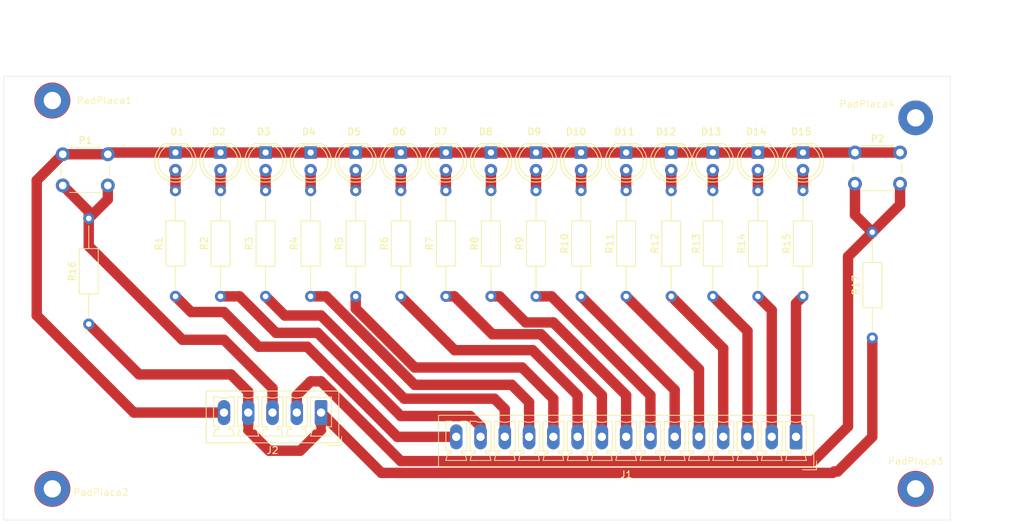
<source format=kicad_pcb>
(kicad_pcb (version 20241229) (generator "pcbnew") (generator_version "9.0")
  (title_block (title "Juego de ping pong") (date "2025-11-24") (rev "1") (company "Oscar Electronica Facil") (comment 1 "Placa J001-V1.0"))
  (layers (0 "F.Cu" signal) (2 "B.Cu" signal) (13 "F.Paste" user) (15 "B.Paste" user) (5 "F.SilkS" user "F.Silkscreen") (7 "B.SilkS" user "B.Silkscreen") (1 "F.Mask" user) (3 "B.Mask" user) (25 "Edge.Cuts" user))
  (net 0 "")
  (net 1 "Net-(D1-A)")
  (net 2 "GND")
  (net 3 "Net-(D2-A)")
  (net 4 "Net-(D3-A)")
  (net 5 "Net-(D4-A)")
  (net 6 "Net-(D5-A)")
  (net 7 "Net-(D6-A)")
  (net 8 "Net-(D7-A)")
  (net 9 "Net-(D8-A)")
  (net 10 "Net-(D9-A)")
  (net 11 "Net-(D10-A)")
  (net 12 "Net-(D11-A)")
  (net 13 "Net-(D12-A)")
  (net 14 "Net-(D13-A)")
  (net 15 "Net-(D14-A)")
  (net 16 "Net-(D15-A)")
  (net 17 "Net-(J1-Pin_11)")
  (net 18 "Net-(J1-Pin_8)")
  (net 19 "Net-(J1-Pin_14)")
  (net 20 "Net-(J1-Pin_4)")
  (net 21 "Net-(J1-Pin_1)")
  (net 22 "Net-(J1-Pin_5)")
  (net 23 "Net-(J1-Pin_2)")
  (net 24 "Net-(J1-Pin_13)")
  (net 25 "Net-(J1-Pin_3)")
  (net 26 "Net-(J1-Pin_12)")
  (net 27 "Net-(J1-Pin_7)")
  (net 28 "Net-(J1-Pin_6)")
  (net 29 "Net-(J1-Pin_15)")
  (net 30 "Net-(J1-Pin_9)")
  (net 31 "Net-(J1-Pin_10)")
  (net 32 "Net-(J2-Pin_1)")
  (net 33 "/A4")
  (net 34 "/A5")
  (footprint "LED_THT:LED_D5.0mm" (layer "F.Cu") (at 170.75 72 -90)
    (property "Reference" "D12" (at -3 0.75 180) (layer "F.SilkS"))
    (property "Value" "LED")
    (pad "1" thru_hole rect (at 0 0 270) (size 1.8 1.8) (drill 0.9) (layers "*.Cu" "*.Mask") (net 2 "GND"))
    (pad "2" thru_hole circle (at 2.54 0 270) (size 1.8 1.8) (drill 0.9) (layers "*.Cu" "*.Mask") (net 13 "Net-(D12-A)"))
  )
  (footprint "Resistor_THT:R_Axial_DIN0207_L6.3mm_D2.5mm_P15.24mm_Horizontal" (layer "F.Cu") (at 138.25 92.74 90)
    (property "Reference" "R7" (at 7.62 -2.37 90) (layer "F.SilkS"))
    (property "Value" "220")
    (pad "1" thru_hole circle (at 0 0 90) (size 1.6 1.6) (drill 0.8) (layers "*.Cu" "*.Mask") (net 30 "Net-(J1-Pin_9)"))
    (pad "2" thru_hole circle (at 15.24 0 90) (size 1.6 1.6) (drill 0.8) (layers "*.Cu" "*.Mask") (net 8 "Net-(D7-A)"))
  )
  (footprint "LED_THT:LED_D5.0mm" (layer "F.Cu") (at 105.75 72 -90)
    (property "Reference" "D2" (at -3 0.25 180) (layer "F.SilkS"))
    (property "Value" "LED")
    (pad "1" thru_hole rect (at 0 0 270) (size 1.8 1.8) (drill 0.9) (layers "*.Cu" "*.Mask") (net 2 "GND"))
    (pad "2" thru_hole circle (at 2.54 0 270) (size 1.8 1.8) (drill 0.9) (layers "*.Cu" "*.Mask") (net 3 "Net-(D2-A)"))
  )
  (footprint "Resistor_THT:R_Axial_DIN0207_L6.3mm_D2.5mm_P15.24mm_Horizontal" (layer "F.Cu") (at 86.75 96.74 90)
    (property "Reference" "R16" (at 7.62 -2.37 90) (layer "F.SilkS"))
    (property "Value" "10K")
    (pad "1" thru_hole circle (at 0 0 90) (size 1.6 1.6) (drill 0.8) (layers "*.Cu" "*.Mask") (net 32 "Net-(J2-Pin_1)"))
    (pad "2" thru_hole circle (at 15.24 0 90) (size 1.6 1.6) (drill 0.8) (layers "*.Cu" "*.Mask") (net 33 "/A4"))
  )
  (footprint "Resistor_THT:R_Axial_DIN0207_L6.3mm_D2.5mm_P15.24mm_Horizontal" (layer "F.Cu") (at 131.75 92.74 90)
    (property "Reference" "R6" (at 7.62 -2.37 90) (layer "F.SilkS"))
    (property "Value" "220")
    (pad "1" thru_hole circle (at 0 0 90) (size 1.6 1.6) (drill 0.8) (layers "*.Cu" "*.Mask") (net 31 "Net-(J1-Pin_10)"))
    (pad "2" thru_hole circle (at 15.24 0 90) (size 1.6 1.6) (drill 0.8) (layers "*.Cu" "*.Mask") (net 7 "Net-(D6-A)"))
  )
  (footprint "Resistor_THT:R_Axial_DIN0207_L6.3mm_D2.5mm_P15.24mm_Horizontal" (layer "F.Cu") (at 183.25 92.74 90)
    (property "Reference" "R14" (at 7.62 -2.37 90) (layer "F.SilkS"))
    (property "Value" "220")
    (pad "1" thru_hole circle (at 0 0 90) (size 1.6 1.6) (drill 0.8) (layers "*.Cu" "*.Mask") (net 23 "Net-(J1-Pin_2)"))
    (pad "2" thru_hole circle (at 15.24 0 90) (size 1.6 1.6) (drill 0.8) (layers "*.Cu" "*.Mask") (net 15 "Net-(D14-A)"))
  )
  (footprint "Resistor_THT:R_Axial_DIN0207_L6.3mm_D2.5mm_P15.24mm_Horizontal" (layer "F.Cu") (at 118.75 92.74 90)
    (property "Reference" "R4" (at 7.62 -2.37 90) (layer "F.SilkS"))
    (property "Value" "220")
    (pad "1" thru_hole circle (at 0 0 90) (size 1.6 1.6) (drill 0.8) (layers "*.Cu" "*.Mask") (net 26 "Net-(J1-Pin_12)"))
    (pad "2" thru_hole circle (at 15.24 0 90) (size 1.6 1.6) (drill 0.8) (layers "*.Cu" "*.Mask") (net 5 "Net-(D4-A)"))
  )
  (footprint "Resistor_THT:R_Axial_DIN0207_L6.3mm_D2.5mm_P15.24mm_Horizontal" (layer "F.Cu") (at 176.75 92.74 90)
    (property "Reference" "R13" (at 7.62 -2.37 90) (layer "F.SilkS"))
    (property "Value" "220")
    (pad "1" thru_hole circle (at 0 0 90) (size 1.6 1.6) (drill 0.8) (layers "*.Cu" "*.Mask") (net 25 "Net-(J1-Pin_3)"))
    (pad "2" thru_hole circle (at 15.24 0 90) (size 1.6 1.6) (drill 0.8) (layers "*.Cu" "*.Mask") (net 14 "Net-(D13-A)"))
  )
  (footprint "Resistor_THT:R_Axial_DIN0207_L6.3mm_D2.5mm_P15.24mm_Horizontal" (layer "F.Cu") (at 151.25 92.74 90)
    (property "Reference" "R9" (at 7.62 -2.37 90) (layer "F.SilkS"))
    (property "Value" "220")
    (pad "1" thru_hole circle (at 0 0 90) (size 1.6 1.6) (drill 0.8) (layers "*.Cu" "*.Mask") (net 27 "Net-(J1-Pin_7)"))
    (pad "2" thru_hole circle (at 15.24 0 90) (size 1.6 1.6) (drill 0.8) (layers "*.Cu" "*.Mask") (net 10 "Net-(D9-A)"))
  )
  (footprint "LED_THT:LED_D5.0mm" (layer "F.Cu") (at 157.75 72 -90)
    (property "Reference" "D10" (at -3 0.75 180) (layer "F.SilkS"))
    (property "Value" "LED")
    (pad "1" thru_hole rect (at 0 0 270) (size 1.8 1.8) (drill 0.9) (layers "*.Cu" "*.Mask") (net 2 "GND"))
    (pad "2" thru_hole circle (at 2.54 0 270) (size 1.8 1.8) (drill 0.9) (layers "*.Cu" "*.Mask") (net 11 "Net-(D10-A)"))
  )
  (footprint "LED_THT:LED_D5.0mm" (layer "F.Cu") (at 189.75 72 -90)
    (property "Reference" "D15" (at -3 0.25 180) (layer "F.SilkS"))
    (property "Value" "LED")
    (pad "1" thru_hole rect (at 0 0 270) (size 1.8 1.8) (drill 0.9) (layers "*.Cu" "*.Mask") (net 2 "GND"))
    (pad "2" thru_hole circle (at 2.54 0 270) (size 1.8 1.8) (drill 0.9) (layers "*.Cu" "*.Mask") (net 16 "Net-(D15-A)"))
  )
  (footprint "Button_Switch_THT:SW_PUSH_6mm" (layer "F.Cu") (at 83 72.25)
    (property "Reference" "P1" (at 3.25 -2 0) (layer "F.SilkS"))
    (property "Value" "SW_MEC_5G")
    (pad "1" thru_hole circle (at 0 0 90) (size 2 2) (drill 1.1) (layers "*.Cu" "*.Mask") (net 2 "GND"))
    (pad "1" thru_hole circle (at 6.5 0 90) (size 2 2) (drill 1.1) (layers "*.Cu" "*.Mask") (net 2 "GND"))
    (pad "2" thru_hole circle (at 0 4.5 90) (size 2 2) (drill 1.1) (layers "*.Cu" "*.Mask") (net 33 "/A4"))
    (pad "2" thru_hole circle (at 6.5 4.5 90) (size 2 2) (drill 1.1) (layers "*.Cu" "*.Mask") (net 33 "/A4"))
  )
  (footprint "Resistor_THT:R_Axial_DIN0207_L6.3mm_D2.5mm_P15.24mm_Horizontal" (layer "F.Cu") (at 144.75 92.74 90)
    (property "Reference" "R8" (at 7.62 -2.37 90) (layer "F.SilkS"))
    (property "Value" "220")
    (pad "1" thru_hole circle (at 0 0 90) (size 1.6 1.6) (drill 0.8) (layers "*.Cu" "*.Mask") (net 18 "Net-(J1-Pin_8)"))
    (pad "2" thru_hole circle (at 15.24 0 90) (size 1.6 1.6) (drill 0.8) (layers "*.Cu" "*.Mask") (net 9 "Net-(D8-A)"))
  )
  (footprint "LED_THT:LED_D5.0mm" (layer "F.Cu") (at 144.75 72 -90)
    (property "Reference" "D8" (at -3 0.75 180) (layer "F.SilkS"))
    (property "Value" "LED")
    (pad "1" thru_hole rect (at 0 0 270) (size 1.8 1.8) (drill 0.9) (layers "*.Cu" "*.Mask") (net 2 "GND"))
    (pad "2" thru_hole circle (at 2.54 0 270) (size 1.8 1.8) (drill 0.9) (layers "*.Cu" "*.Mask") (net 9 "Net-(D8-A)"))
  )
  (footprint "missimbolos:pad" (layer "F.Cu") (at 81.5 58.5)
    (property "Reference" "PadPlaca1" (at 7.5 6 0) (layer "F.SilkS") (effects (font (thickness 0.1))))
    (property "Value" "~")
    (pad "1" thru_hole circle (at 0 6) (size 5 5) (drill 2.5) (layers "*.Cu" "*.Mask"))
  )
  (footprint "LED_THT:LED_D5.0mm" (layer "F.Cu") (at 151.25 72 -90)
    (property "Reference" "D9" (at -3 0.25 180) (layer "F.SilkS"))
    (property "Value" "LED")
    (pad "1" thru_hole rect (at 0 0 270) (size 1.8 1.8) (drill 0.9) (layers "*.Cu" "*.Mask") (net 2 "GND"))
    (pad "2" thru_hole circle (at 2.54 0 270) (size 1.8 1.8) (drill 0.9) (layers "*.Cu" "*.Mask") (net 10 "Net-(D9-A)"))
  )
  (footprint "Resistor_THT:R_Axial_DIN0207_L6.3mm_D2.5mm_P15.24mm_Horizontal" (layer "F.Cu") (at 105.75 92.74 90)
    (property "Reference" "R2" (at 7.62 -2.37 90) (layer "F.SilkS"))
    (property "Value" "220")
    (pad "1" thru_hole circle (at 0 0 90) (size 1.6 1.6) (drill 0.8) (layers "*.Cu" "*.Mask") (net 19 "Net-(J1-Pin_14)"))
    (pad "2" thru_hole circle (at 15.24 0 90) (size 1.6 1.6) (drill 0.8) (layers "*.Cu" "*.Mask") (net 3 "Net-(D2-A)"))
  )
  (footprint "missimbolos:pad" (layer "F.Cu") (at 206 114.5)
    (property "Reference" "PadPlaca3" (at 0 2 0) (layer "F.SilkS") (effects (font (thickness 0.1))))
    (property "Value" "~")
    (pad "1" thru_hole circle (at 0 6) (size 5 5) (drill 2.5) (layers "*.Cu" "*.Mask"))
  )
  (footprint "LED_THT:LED_D5.0mm" (layer "F.Cu") (at 125.25 72 -90)
    (property "Reference" "D5" (at -3 0.25 180) (layer "F.SilkS"))
    (property "Value" "LED")
    (pad "1" thru_hole rect (at 0 0 270) (size 1.8 1.8) (drill 0.9) (layers "*.Cu" "*.Mask") (net 2 "GND"))
    (pad "2" thru_hole circle (at 2.54 0 270) (size 1.8 1.8) (drill 0.9) (layers "*.Cu" "*.Mask") (net 6 "Net-(D5-A)"))
  )
  (footprint "Connector_Phoenix_MC:PhoenixContact_MCV_1,5_15-G-3.5_1x15_P3.50mm_Vertical" (layer "F.Cu") (at 188.75 113 180)
    (property "Reference" "J1" (at 24.5 -5.45 0) (layer "F.SilkS"))
    (property "Value" "Conn_01x15_Pin")
    (pad "1" thru_hole roundrect (at 0 0 180) (size 1.8 3.6) (drill 1.2) (layers "*.Cu" "*.Mask") (roundrect_rratio 0.138889) (net 21 "Net-(J1-Pin_1)"))
    (pad "2" thru_hole oval (at 3.5 0 180) (size 1.8 3.6) (drill 1.2) (layers "*.Cu" "*.Mask") (net 23 "Net-(J1-Pin_2)"))
    (pad "3" thru_hole oval (at 7 0 180) (size 1.8 3.6) (drill 1.2) (layers "*.Cu" "*.Mask") (net 25 "Net-(J1-Pin_3)"))
    (pad "4" thru_hole oval (at 10.5 0 180) (size 1.8 3.6) (drill 1.2) (layers "*.Cu" "*.Mask") (net 20 "Net-(J1-Pin_4)"))
    (pad "5" thru_hole oval (at 14 0 180) (size 1.8 3.6) (drill 1.2) (layers "*.Cu" "*.Mask") (net 22 "Net-(J1-Pin_5)"))
    (pad "6" thru_hole oval (at 17.5 0 180) (size 1.8 3.6) (drill 1.2) (layers "*.Cu" "*.Mask") (net 28 "Net-(J1-Pin_6)"))
    (pad "7" thru_hole oval (at 21 0 180) (size 1.8 3.6) (drill 1.2) (layers "*.Cu" "*.Mask") (net 27 "Net-(J1-Pin_7)"))
    (pad "8" thru_hole oval (at 24.5 0 180) (size 1.8 3.6) (drill 1.2) (layers "*.Cu" "*.Mask") (net 18 "Net-(J1-Pin_8)"))
    (pad "9" thru_hole oval (at 28 0 180) (size 1.8 3.6) (drill 1.2) (layers "*.Cu" "*.Mask") (net 30 "Net-(J1-Pin_9)"))
    (pad "10" thru_hole oval (at 31.5 0 180) (size 1.8 3.6) (drill 1.2) (layers "*.Cu" "*.Mask") (net 31 "Net-(J1-Pin_10)"))
    (pad "11" thru_hole oval (at 35 0 180) (size 1.8 3.6) (drill 1.2) (layers "*.Cu" "*.Mask") (net 17 "Net-(J1-Pin_11)"))
    (pad "12" thru_hole oval (at 38.5 0 180) (size 1.8 3.6) (drill 1.2) (layers "*.Cu" "*.Mask") (net 26 "Net-(J1-Pin_12)"))
    (pad "13" thru_hole oval (at 42 0 180) (size 1.8 3.6) (drill 1.2) (layers "*.Cu" "*.Mask") (net 24 "Net-(J1-Pin_13)"))
    (pad "14" thru_hole oval (at 45.5 0 180) (size 1.8 3.6) (drill 1.2) (layers "*.Cu" "*.Mask") (net 19 "Net-(J1-Pin_14)"))
    (pad "15" thru_hole oval (at 49 0 180) (size 1.8 3.6) (drill 1.2) (layers "*.Cu" "*.Mask") (net 29 "Net-(J1-Pin_15)"))
  )
  (footprint "Resistor_THT:R_Axial_DIN0207_L6.3mm_D2.5mm_P15.24mm_Horizontal" (layer "F.Cu") (at 99.25 92.74 90)
    (property "Reference" "R1" (at 7.62 -2.37 90) (layer "F.SilkS"))
    (property "Value" "220")
    (pad "1" thru_hole circle (at 0 0 90) (size 1.6 1.6) (drill 0.8) (layers "*.Cu" "*.Mask") (net 29 "Net-(J1-Pin_15)"))
    (pad "2" thru_hole circle (at 15.24 0 90) (size 1.6 1.6) (drill 0.8) (layers "*.Cu" "*.Mask") (net 1 "Net-(D1-A)"))
  )
  (footprint "Resistor_THT:R_Axial_DIN0207_L6.3mm_D2.5mm_P15.24mm_Horizontal" (layer "F.Cu") (at 189.75 92.74 90)
    (property "Reference" "R15" (at 7.62 -2.37 90) (layer "F.SilkS"))
    (property "Value" "220")
    (pad "1" thru_hole circle (at 0 0 90) (size 1.6 1.6) (drill 0.8) (layers "*.Cu" "*.Mask") (net 21 "Net-(J1-Pin_1)"))
    (pad "2" thru_hole circle (at 15.24 0 90) (size 1.6 1.6) (drill 0.8) (layers "*.Cu" "*.Mask") (net 16 "Net-(D15-A)"))
  )
  (footprint "Resistor_THT:R_Axial_DIN0207_L6.3mm_D2.5mm_P15.24mm_Horizontal" (layer "F.Cu") (at 164.25 92.74 90)
    (property "Reference" "R11" (at 7.62 -2.37 90) (layer "F.SilkS"))
    (property "Value" "220")
    (pad "1" thru_hole circle (at 0 0 90) (size 1.6 1.6) (drill 0.8) (layers "*.Cu" "*.Mask") (net 22 "Net-(J1-Pin_5)"))
    (pad "2" thru_hole circle (at 15.24 0 90) (size 1.6 1.6) (drill 0.8) (layers "*.Cu" "*.Mask") (net 12 "Net-(D11-A)"))
  )
  (footprint "Button_Switch_THT:SW_PUSH_6mm" (layer "F.Cu") (at 197.25 72)
    (property "Reference" "P2" (at 3.25 -2 0) (layer "F.SilkS"))
    (property "Value" "SW_MEC_5G")
    (pad "1" thru_hole circle (at 0 0 90) (size 2 2) (drill 1.1) (layers "*.Cu" "*.Mask") (net 2 "GND"))
    (pad "1" thru_hole circle (at 6.5 0 90) (size 2 2) (drill 1.1) (layers "*.Cu" "*.Mask") (net 2 "GND"))
    (pad "2" thru_hole circle (at 0 4.5 90) (size 2 2) (drill 1.1) (layers "*.Cu" "*.Mask") (net 34 "/A5"))
    (pad "2" thru_hole circle (at 6.5 4.5 90) (size 2 2) (drill 1.1) (layers "*.Cu" "*.Mask") (net 34 "/A5"))
  )
  (footprint "Resistor_THT:R_Axial_DIN0207_L6.3mm_D2.5mm_P15.24mm_Horizontal" (layer "F.Cu") (at 199.75 98.74 90)
    (property "Reference" "R17" (at 7.62 -2.37 90) (layer "F.SilkS"))
    (property "Value" "10K")
    (pad "1" thru_hole circle (at 0 0 90) (size 1.6 1.6) (drill 0.8) (layers "*.Cu" "*.Mask") (net 32 "Net-(J2-Pin_1)"))
    (pad "2" thru_hole circle (at 15.24 0 90) (size 1.6 1.6) (drill 0.8) (layers "*.Cu" "*.Mask") (net 34 "/A5"))
  )
  (footprint "Connector_Phoenix_MC:PhoenixContact_MCV_1,5_5-G-3.5_1x05_P3.50mm_Vertical" (layer "F.Cu") (at 120.25 109.5 180)
    (property "Reference" "J2" (at 7 -5.45 0) (layer "F.SilkS"))
    (property "Value" "Conn_01x05_Pin")
    (pad "1" thru_hole roundrect (at 0 0 180) (size 1.8 3.6) (drill 1.2) (layers "*.Cu" "*.Mask") (roundrect_rratio 0.138889) (net 32 "Net-(J2-Pin_1)"))
    (pad "2" thru_hole oval (at 3.5 0 180) (size 1.8 3.6) (drill 1.2) (layers "*.Cu" "*.Mask") (net 34 "/A5"))
    (pad "3" thru_hole oval (at 7 0 180) (size 1.8 3.6) (drill 1.2) (layers "*.Cu" "*.Mask") (net 33 "/A4"))
    (pad "4" thru_hole oval (at 10.5 0 180) (size 1.8 3.6) (drill 1.2) (layers "*.Cu" "*.Mask") (net 32 "Net-(J2-Pin_1)"))
    (pad "5" thru_hole oval (at 14 0 180) (size 1.8 3.6) (drill 1.2) (layers "*.Cu" "*.Mask") (net 2 "GND"))
  )
  (footprint "LED_THT:LED_D5.0mm" (layer "F.Cu") (at 164.25 72 -90)
    (property "Reference" "D11" (at -3 0.25 180) (layer "F.SilkS"))
    (property "Value" "LED")
    (pad "1" thru_hole rect (at 0 0 270) (size 1.8 1.8) (drill 0.9) (layers "*.Cu" "*.Mask") (net 2 "GND"))
    (pad "2" thru_hole circle (at 2.54 0 270) (size 1.8 1.8) (drill 0.9) (layers "*.Cu" "*.Mask") (net 12 "Net-(D11-A)"))
  )
  (footprint "LED_THT:LED_D5.0mm" (layer "F.Cu") (at 176.75 72 -90)
    (property "Reference" "D13" (at -3 0.25 180) (layer "F.SilkS"))
    (property "Value" "LED")
    (pad "1" thru_hole rect (at 0 0 270) (size 1.8 1.8) (drill 0.9) (layers "*.Cu" "*.Mask") (net 2 "GND"))
    (pad "2" thru_hole circle (at 2.54 0 270) (size 1.8 1.8) (drill 0.9) (layers "*.Cu" "*.Mask") (net 14 "Net-(D13-A)"))
  )
  (footprint "LED_THT:LED_D5.0mm" (layer "F.Cu") (at 131.75 72 -90)
    (property "Reference" "D6" (at -3 0.25 180) (layer "F.SilkS"))
    (property "Value" "LED")
    (pad "1" thru_hole rect (at 0 0 270) (size 1.8 1.8) (drill 0.9) (layers "*.Cu" "*.Mask") (net 2 "GND"))
    (pad "2" thru_hole circle (at 2.54 0 270) (size 1.8 1.8) (drill 0.9) (layers "*.Cu" "*.Mask") (net 7 "Net-(D6-A)"))
  )
  (footprint "missimbolos:pad" (layer "F.Cu") (at 206 61)
    (property "Reference" "PadPlaca4" (at -7 4 0) (layer "F.SilkS") (effects (font (thickness 0.1))))
    (property "Value" "~")
    (pad "1" thru_hole circle (at 0 6) (size 5 5) (drill 2.5) (layers "*.Cu" "*.Mask"))
  )
  (footprint "Resistor_THT:R_Axial_DIN0207_L6.3mm_D2.5mm_P15.24mm_Horizontal" (layer "F.Cu") (at 112.25 92.74 90)
    (property "Reference" "R3" (at 7.62 -2.37 90) (layer "F.SilkS"))
    (property "Value" "200")
    (pad "1" thru_hole circle (at 0 0 90) (size 1.6 1.6) (drill 0.8) (layers "*.Cu" "*.Mask") (net 24 "Net-(J1-Pin_13)"))
    (pad "2" thru_hole circle (at 15.24 0 90) (size 1.6 1.6) (drill 0.8) (layers "*.Cu" "*.Mask") (net 4 "Net-(D3-A)"))
  )
  (footprint "LED_THT:LED_D5.0mm" (layer "F.Cu") (at 99.25 72 -90)
    (property "Reference" "D1" (at -3 -0.25 180) (layer "F.SilkS"))
    (property "Value" "LED")
    (pad "1" thru_hole rect (at 0 0 270) (size 1.8 1.8) (drill 0.9) (layers "*.Cu" "*.Mask") (net 2 "GND"))
    (pad "2" thru_hole circle (at 2.54 0 270) (size 1.8 1.8) (drill 0.9) (layers "*.Cu" "*.Mask") (net 1 "Net-(D1-A)"))
  )
  (footprint "missimbolos:pad" (layer "F.Cu") (at 81.5 114.5)
    (property "Reference" "PadPlaca2" (at 7 6.5 0) (layer "F.SilkS") (effects (font (thickness 0.1))))
    (property "Value" "~")
    (pad "1" thru_hole circle (at 0 6) (size 5 5) (drill 2.5) (layers "*.Cu" "*.Mask"))
  )
  (footprint "LED_THT:LED_D5.0mm" (layer "F.Cu") (at 118.75 72 -90)
    (property "Reference" "D4" (at -3 0.25 180) (layer "F.SilkS"))
    (property "Value" "LED")
    (pad "1" thru_hole rect (at 0 0 270) (size 1.8 1.8) (drill 0.9) (layers "*.Cu" "*.Mask") (net 2 "GND"))
    (pad "2" thru_hole circle (at 2.54 0 270) (size 1.8 1.8) (drill 0.9) (layers "*.Cu" "*.Mask") (net 5 "Net-(D4-A)"))
  )
  (footprint "LED_THT:LED_D5.0mm" (layer "F.Cu") (at 183.25 72 -90)
    (property "Reference" "D14" (at -3 0.25 180) (layer "F.SilkS"))
    (property "Value" "LED")
    (pad "1" thru_hole rect (at 0 0 270) (size 1.8 1.8) (drill 0.9) (layers "*.Cu" "*.Mask") (net 2 "GND"))
    (pad "2" thru_hole circle (at 2.54 0 270) (size 1.8 1.8) (drill 0.9) (layers "*.Cu" "*.Mask") (net 15 "Net-(D14-A)"))
  )
  (footprint "Resistor_THT:R_Axial_DIN0207_L6.3mm_D2.5mm_P15.24mm_Horizontal" (layer "F.Cu") (at 170.75 92.74 90)
    (property "Reference" "R12" (at 7.62 -2.37 90) (layer "F.SilkS"))
    (property "Value" "220")
    (pad "1" thru_hole circle (at 0 0 90) (size 1.6 1.6) (drill 0.8) (layers "*.Cu" "*.Mask") (net 20 "Net-(J1-Pin_4)"))
    (pad "2" thru_hole circle (at 15.24 0 90) (size 1.6 1.6) (drill 0.8) (layers "*.Cu" "*.Mask") (net 13 "Net-(D12-A)"))
  )
  (footprint "Resistor_THT:R_Axial_DIN0207_L6.3mm_D2.5mm_P15.24mm_Horizontal" (layer "F.Cu") (at 157.75 92.74 90)
    (property "Reference" "R10" (at 7.62 -2.37 90) (layer "F.SilkS"))
    (property "Value" "220")
    (pad "1" thru_hole circle (at 0 0 90) (size 1.6 1.6) (drill 0.8) (layers "*.Cu" "*.Mask") (net 28 "Net-(J1-Pin_6)"))
    (pad "2" thru_hole circle (at 15.24 0 90) (size 1.6 1.6) (drill 0.8) (layers "*.Cu" "*.Mask") (net 11 "Net-(D10-A)"))
  )
  (footprint "LED_THT:LED_D5.0mm" (layer "F.Cu") (at 112.25 72 -90)
    (property "Reference" "D3" (at -3 0.25 180) (layer "F.SilkS"))
    (property "Value" "LED")
    (pad "1" thru_hole rect (at 0 0 270) (size 1.8 1.8) (drill 0.9) (layers "*.Cu" "*.Mask") (net 2 "GND"))
    (pad "2" thru_hole circle (at 2.54 0 270) (size 1.8 1.8) (drill 0.9) (layers "*.Cu" "*.Mask") (net 4 "Net-(D3-A)"))
  )
  (footprint "Resistor_THT:R_Axial_DIN0207_L6.3mm_D2.5mm_P15.24mm_Horizontal" (layer "F.Cu") (at 125.25 92.74 90)
    (property "Reference" "R5" (at 7.62 -2.37 90) (layer "F.SilkS"))
    (property "Value" "220")
    (pad "1" thru_hole circle (at 0 0 90) (size 1.6 1.6) (drill 0.8) (layers "*.Cu" "*.Mask") (net 17 "Net-(J1-Pin_11)"))
    (pad "2" thru_hole circle (at 15.24 0 90) (size 1.6 1.6) (drill 0.8) (layers "*.Cu" "*.Mask") (net 6 "Net-(D5-A)"))
  )
  (footprint "LED_THT:LED_D5.0mm" (layer "F.Cu") (at 138.25 72 -90)
    (property "Reference" "D7" (at -3 0.75 180) (layer "F.SilkS"))
    (property "Value" "LED")
    (pad "1" thru_hole rect (at 0 0 270) (size 1.8 1.8) (drill 0.9) (layers "*.Cu" "*.Mask") (net 2 "GND"))
    (pad "2" thru_hole circle (at 2.54 0 270) (size 1.8 1.8) (drill 0.9) (layers "*.Cu" "*.Mask") (net 8 "Net-(D7-A)"))
  )
  (gr_circle (center 206 67) (end 208 66) (stroke (width 0.2)) (fill no) (layer "F.Cu"))
  (gr_circle (center 81.5 120.5) (end 79 120.5) (stroke (width 0.2)) (fill no) (layer "F.Cu") (net 36))
  (gr_circle (center 206 120.5) (end 208.5 120.5) (stroke (width 0.2)) (fill no) (layer "F.Cu") (net 37))
  (gr_circle (center 81.5 64.5) (end 79 64.5) (stroke (width 0.2)) (fill no) (layer "F.Cu") (net 35))
  (gr_line (start 211 61) (end 211 125) (stroke (width 0.05)) (layer "Edge.Cuts"))
  (gr_line (start 74.5 61) (end 74.5 125) (stroke (width 0.05)) (layer "Edge.Cuts"))
  (gr_line (start 74.5 61) (end 211 61) (stroke (width 0.05)) (layer "Edge.Cuts"))
  (gr_line (start 211 125) (end 74.5 125) (stroke (width 0.05)) (layer "Edge.Cuts"))
  (segment (start 99.25 77.5) (end 99.25 74.54) (width 1.5) (layer "F.Cu") (net 1))
  (segment (start 112.25 72) (end 105.75 72) (width 1.5) (layer "F.Cu") (net 2))
  (segment (start 203.75 72) (end 197.25 72) (width 1.5) (layer "F.Cu") (net 2))
  (segment (start 151.25 72) (end 144.75 72) (width 1.5) (layer "F.Cu") (net 2))
  (segment (start 79.25 95.5) (end 79.25 76) (width 1.5) (layer "F.Cu") (net 2))
  (segment (start 89.75 72) (end 89.5 72.25) (width 1.5) (layer "F.Cu") (net 2))
  (segment (start 170.75 72) (end 164.25 72) (width 1.5) (layer "F.Cu") (net 2))
  (segment (start 197.25 72) (end 189.75 72) (width 1.5) (layer "F.Cu") (net 2))
  (segment (start 164.25 72) (end 157.75 72) (width 1.5) (layer "F.Cu") (net 2))
  (segment (start 157.75 72) (end 151.25 72) (width 1.5) (layer "F.Cu") (net 2))
  (segment (start 106.25 109.5) (end 93.25 109.5) (width 1.5) (layer "F.Cu") (net 2))
  (segment (start 105.75 72) (end 99.25 72) (width 1.5) (layer "F.Cu") (net 2))
  (segment (start 79.25 76) (end 83 72.25) (width 1.5) (layer "F.Cu") (net 2))
  (segment (start 89.5 72.25) (end 83 72.25) (width 1.5) (layer "F.Cu") (net 2))
  (segment (start 176.75 72) (end 170.75 72) (width 1.5) (layer "F.Cu") (net 2))
  (segment (start 138.25 72) (end 131.75 72) (width 1.5) (layer "F.Cu") (net 2))
  (segment (start 144.75 72) (end 138.25 72) (width 1.5) (layer "F.Cu") (net 2))
  (segment (start 125.25 72) (end 118.75 72) (width 1.5) (layer "F.Cu") (net 2))
  (segment (start 131.75 72) (end 125.25 72) (width 1.5) (layer "F.Cu") (net 2))
  (segment (start 189.75 72) (end 183.25 72) (width 1.5) (layer "F.Cu") (net 2))
  (segment (start 93.25 109.5) (end 79.25 95.5) (width 1.5) (layer "F.Cu") (net 2))
  (segment (start 183.25 72) (end 176.75 72) (width 1.5) (layer "F.Cu") (net 2))
  (segment (start 118.75 72) (end 112.25 72) (width 1.5) (layer "F.Cu") (net 2))
  (segment (start 99.25 72) (end 89.75 72) (width 1.5) (layer "F.Cu") (net 2))
  (segment (start 105.75 77.5) (end 105.75 74.54) (width 1.5) (layer "F.Cu") (net 3))
  (segment (start 112.25 77.5) (end 112.25 74.54) (width 1.5) (layer "F.Cu") (net 4))
  (segment (start 118.75 77.5) (end 118.75 74.54) (width 1.5) (layer "F.Cu") (net 5))
  (segment (start 125.25 77.5) (end 125.25 74.54) (width 1.5) (layer "F.Cu") (net 6))
  (segment (start 131.75 77.5) (end 131.75 74.54) (width 1.5) (layer "F.Cu") (net 7))
  (segment (start 138.25 77.5) (end 138.25 74.54) (width 1.5) (layer "F.Cu") (net 8))
  (segment (start 144.75 77.5) (end 144.75 74.54) (width 1.5) (layer "F.Cu") (net 9))
  (segment (start 151.25 77.5) (end 151.25 74.54) (width 1.5) (layer "F.Cu") (net 10))
  (segment (start 157.75 77.5) (end 157.75 74.54) (width 1.5) (layer "F.Cu") (net 11))
  (segment (start 164.25 77.5) (end 164.25 74.54) (width 1.5) (layer "F.Cu") (net 12))
  (segment (start 170.75 77.5) (end 170.75 74.54) (width 1.5) (layer "F.Cu") (net 13))
  (segment (start 176.75 77.5) (end 176.75 74.54) (width 1.5) (layer "F.Cu") (net 14))
  (segment (start 183.25 77.5) (end 183.25 74.54) (width 1.5) (layer "F.Cu") (net 15))
  (segment (start 189.75 77.5) (end 189.75 74.54) (width 1.5) (layer "F.Cu") (net 16))
  (segment (start 153.75 107.5) (end 153.75 113) (width 1.5) (layer "F.Cu") (net 17))
  (segment (start 125.25 94.5) (end 133.75 103) (width 1.5) (layer "F.Cu") (net 17))
  (segment (start 125.25 92.74) (end 125.25 94.5) (width 1.5) (layer "F.Cu") (net 17))
  (segment (start 133.75 103) (end 149.25 103) (width 1.5) (layer "F.Cu") (net 17))
  (segment (start 149.25 103) (end 153.75 107.5) (width 1.5) (layer "F.Cu") (net 17))
  (segment (start 164.25 107) (end 164.25 113) (width 1.5) (layer "F.Cu") (net 18))
  (segment (start 153.75 96.5) (end 164.25 107) (width 1.5) (layer "F.Cu") (net 18))
  (segment (start 144.75 92.74) (end 145.99 92.74) (width 1.5) (layer "F.Cu") (net 18))
  (segment (start 145.99 92.74) (end 149.75 96.5) (width 1.5) (layer "F.Cu") (net 18))
  (segment (start 149.75 96.5) (end 153.75 96.5) (width 1.5) (layer "F.Cu") (net 18))
  (segment (start 113.75 98) (end 119.75 98) (width 1.5) (layer "F.Cu") (net 19))
  (segment (start 131.75 110) (end 141.75 110) (width 1.5) (layer "F.Cu") (net 19))
  (segment (start 105.75 92.74) (end 108.49 92.74) (width 1.5) (layer "F.Cu") (net 19))
  (segment (start 108.49 92.74) (end 113.75 98) (width 1.5) (layer "F.Cu") (net 19))
  (segment (start 143.25 111.5) (end 143.25 113) (width 1.5) (layer "F.Cu") (net 19))
  (segment (start 119.75 98) (end 131.75 110) (width 1.5) (layer "F.Cu") (net 19))
  (segment (start 141.75 110) (end 143.25 111.5) (width 1.5) (layer "F.Cu") (net 19))
  (segment (start 170.75 92.74) (end 178.25 100.24) (width 1.5) (layer "F.Cu") (net 20))
  (segment (start 178.25 100.24) (end 178.25 113) (width 1.5) (layer "F.Cu") (net 20))
  (segment (start 188.75 93.74) (end 188.75 113) (width 1.5) (layer "F.Cu") (net 21))
  (segment (start 189.75 92.74) (end 188.75 93.74) (width 1.5) (layer "F.Cu") (net 21))
  (segment (start 174.75 103.24) (end 174.75 113) (width 1.5) (layer "F.Cu") (net 22))
  (segment (start 164.25 92.74) (end 174.75 103.24) (width 1.5) (layer "F.Cu") (net 22))
  (segment (start 183.25 92.74) (end 185.25 94.74) (width 1.5) (layer "F.Cu") (net 23))
  (segment (start 185.25 94.74) (end 185.25 113) (width 1.5) (layer "F.Cu") (net 23))
  (segment (start 145.25 107.5) (end 132.25 107.5) (width 1.5) (layer "F.Cu") (net 24))
  (segment (start 132.25 107.5) (end 120.25 95.5) (width 1.5) (layer "F.Cu") (net 24))
  (segment (start 146.75 109) (end 145.25 107.5) (width 1.5) (layer "F.Cu") (net 24))
  (segment (start 146.75 113) (end 146.75 109) (width 1.5) (layer "F.Cu") (net 24))
  (segment (start 115.01 95.5) (end 112.25 92.74) (width 1.5) (layer "F.Cu") (net 24))
  (segment (start 120.25 95.5) (end 115.01 95.5) (width 1.5) (layer "F.Cu") (net 24))
  (segment (start 176.75 92.74) (end 181.75 97.74) (width 1.5) (layer "F.Cu") (net 25))
  (segment (start 181.75 97.74) (end 181.75 113) (width 1.5) (layer "F.Cu") (net 25))
  (segment (start 147.75 105.5) (end 133.75 105.5) (width 1.5) (layer "F.Cu") (net 26))
  (segment (start 120.99 92.74) (end 118.75 92.74) (width 1.5) (layer "F.Cu") (net 26))
  (segment (start 150.25 113) (end 150.25 108) (width 1.5) (layer "F.Cu") (net 26))
  (segment (start 133.75 105.5) (end 120.99 92.74) (width 1.5) (layer "F.Cu") (net 26))
  (segment (start 150.25 108) (end 147.75 105.5) (width 1.5) (layer "F.Cu") (net 26))
  (segment (start 151.25 92.74) (end 153.49 92.74) (width 1.5) (layer "F.Cu") (net 27))
  (segment (start 153.49 92.74) (end 167.75 107) (width 1.5) (layer "F.Cu") (net 27))
  (segment (start 167.75 107) (end 167.75 113) (width 1.5) (layer "F.Cu") (net 27))
  (segment (start 157.75 92.74) (end 171.25 106.24) (width 1.5) (layer "F.Cu") (net 28))
  (segment (start 171.25 106.24) (end 171.25 113) (width 1.5) (layer "F.Cu") (net 28))
  (segment (start 139.75 113) (end 131.25 113) (width 1.5) (layer "F.Cu") (net 29))
  (segment (start 101.51 95) (end 99.25 92.74) (width 1.5) (layer "F.Cu") (net 29))
  (segment (start 106.25 95) (end 101.51 95) (width 1.5) (layer "F.Cu") (net 29))
  (segment (start 118.25 100) (end 111.25 100) (width 1.5) (layer "F.Cu") (net 29))
  (segment (start 131.25 113) (end 118.25 100) (width 1.5) (layer "F.Cu") (net 29))
  (segment (start 111.25 100) (end 106.25 95) (width 1.5) (layer "F.Cu") (net 29))
  (segment (start 144.951 98.201) (end 151.951 98.201) (width 1.5) (layer "F.Cu") (net 30))
  (segment (start 151.951 98.201) (end 160.75 107) (width 1.5) (layer "F.Cu") (net 30))
  (segment (start 138.25 92.74) (end 139.49 92.74) (width 1.5) (layer "F.Cu") (net 30))
  (segment (start 160.75 107) (end 160.75 113) (width 1.5) (layer "F.Cu") (net 30))
  (segment (start 139.49 92.74) (end 144.951 98.201) (width 1.5) (layer "F.Cu") (net 30))
  (segment (start 139.51 100.5) (end 150.75 100.5) (width 1.5) (layer "F.Cu") (net 31))
  (segment (start 157.25 107) (end 157.25 113) (width 1.5) (layer "F.Cu") (net 31))
  (segment (start 131.75 92.74) (end 139.51 100.5) (width 1.5) (layer "F.Cu") (net 31))
  (segment (start 150.75 100.5) (end 157.25 107) (width 1.5) (layer "F.Cu") (net 31))
  (segment (start 120.25 109.5) (end 120.25 112) (width 1.5) (layer "F.Cu") (net 32))
  (segment (start 120.25 109.5) (end 128.951 118.201) (width 1.5) (layer "F.Cu") (net 32))
  (segment (start 109.75 109.5) (end 109.75 106.5) (width 1.5) (layer "F.Cu") (net 32))
  (segment (start 199.75 113) (end 199.75 98.74) (width 1.5) (layer "F.Cu") (net 32))
  (segment (start 109.75 106.5) (end 107.25 104) (width 1.5) (layer "F.Cu") (net 32))
  (segment (start 117.25 115) (end 112.75 115) (width 1.5) (layer "F.Cu") (net 32))
  (segment (start 109.75 112) (end 109.75 109.5) (width 1.5) (layer "F.Cu") (net 32))
  (segment (start 94.01 104) (end 86.75 96.74) (width 1.5) (layer "F.Cu") (net 32))
  (segment (start 194.25 118) (end 194.75 118) (width 1.5) (layer "F.Cu") (net 32))
  (segment (start 120.25 112) (end 117.25 115) (width 1.5) (layer "F.Cu") (net 32))
  (segment (start 112.75 115) (end 109.75 112) (width 1.5) (layer "F.Cu") (net 32))
  (segment (start 194.75 118) (end 199.75 113) (width 1.5) (layer "F.Cu") (net 32))
  (segment (start 194.049 118.201) (end 194.25 118) (width 1.5) (layer "F.Cu") (net 32))
  (segment (start 107.25 104) (end 94.01 104) (width 1.5) (layer "F.Cu") (net 32))
  (segment (start 128.951 118.201) (end 194.049 118.201) (width 1.5) (layer "F.Cu") (net 32))
  (segment (start 86.75 80.5) (end 83 76.75) (width 1.5) (layer "F.Cu") (net 33))
  (segment (start 86.75 85.5) (end 86.75 81.5) (width 1.5) (layer "F.Cu") (net 33))
  (segment (start 89.5 76.75) (end 89.5 78.75) (width 1.5) (layer "F.Cu") (net 33))
  (segment (start 86.75 81.5) (end 86.75 80.5) (width 1.5) (layer "F.Cu") (net 33))
  (segment (start 113.25 106) (end 106.25 99) (width 1.5) (layer "F.Cu") (net 33))
  (segment (start 113.25 109.5) (end 113.25 106) (width 1.5) (layer "F.Cu") (net 33))
  (segment (start 89.5 78.75) (end 86.75 81.5) (width 1.5) (layer "F.Cu") (net 33))
  (segment (start 100.25 99) (end 86.75 85.5) (width 1.5) (layer "F.Cu") (net 33))
  (segment (start 106.25 99) (end 100.25 99) (width 1.5) (layer "F.Cu") (net 33))
  (segment (start 203.75 79.5) (end 203.75 76.5) (width 1.5) (layer "F.Cu") (net 34))
  (segment (start 118.75 105) (end 116.75 107) (width 1.5) (layer "F.Cu") (net 34))
  (segment (start 116.75 107) (end 116.75 109.5) (width 1.5) (layer "F.Cu") (net 34))
  (segment (start 196.25 87) (end 196.25 111.5) (width 1.5) (layer "F.Cu") (net 34))
  (segment (start 197.25 81) (end 199.75 83.5) (width 1.5) (layer "F.Cu") (net 34))
  (segment (start 191.25 116.5) (end 131.75 116.5) (width 1.5) (layer "F.Cu") (net 34))
  (segment (start 120.25 105) (end 118.75 105) (width 1.5) (layer "F.Cu") (net 34))
  (segment (start 199.75 83.5) (end 196.25 87) (width 1.5) (layer "F.Cu") (net 34))
  (segment (start 197.25 76.5) (end 197.25 81) (width 1.5) (layer "F.Cu") (net 34))
  (segment (start 199.75 83.5) (end 203.75 79.5) (width 1.5) (layer "F.Cu") (net 34))
  (segment (start 196.25 111.5) (end 191.25 116.5) (width 1.5) (layer "F.Cu") (net 34))
  (segment (start 131.75 116.5) (end 120.25 105) (width 1.5) (layer "F.Cu") (net 34))
)
</source>
